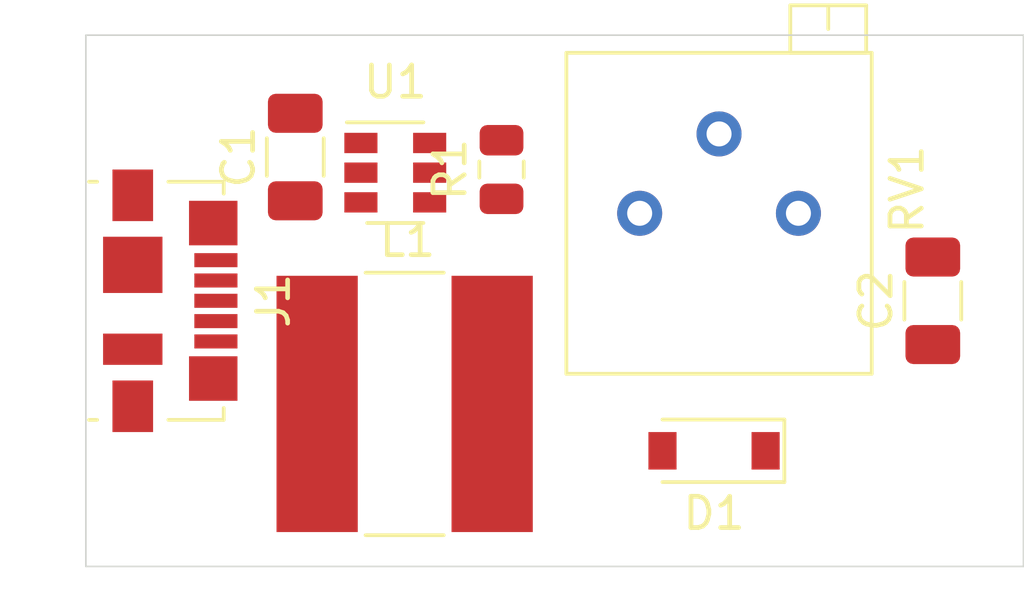
<source format=kicad_pcb>
(kicad_pcb (version 20171130) (host pcbnew "(5.1.5)-3")

  (general
    (thickness 1.6)
    (drawings 4)
    (tracks 0)
    (zones 0)
    (modules 8)
    (nets 11)
  )

  (page A4)
  (layers
    (0 F.Cu signal)
    (31 B.Cu signal)
    (32 B.Adhes user)
    (33 F.Adhes user)
    (34 B.Paste user)
    (35 F.Paste user)
    (36 B.SilkS user)
    (37 F.SilkS user)
    (38 B.Mask user)
    (39 F.Mask user)
    (40 Dwgs.User user)
    (41 Cmts.User user)
    (42 Eco1.User user)
    (43 Eco2.User user)
    (44 Edge.Cuts user)
    (45 Margin user)
    (46 B.CrtYd user)
    (47 F.CrtYd user)
    (48 B.Fab user)
    (49 F.Fab user)
  )

  (setup
    (last_trace_width 0.25)
    (trace_clearance 0.2)
    (zone_clearance 0.508)
    (zone_45_only no)
    (trace_min 0.2)
    (via_size 0.8)
    (via_drill 0.4)
    (via_min_size 0.4)
    (via_min_drill 0.3)
    (uvia_size 0.3)
    (uvia_drill 0.1)
    (uvias_allowed no)
    (uvia_min_size 0.2)
    (uvia_min_drill 0.1)
    (edge_width 0.05)
    (segment_width 0.2)
    (pcb_text_width 0.3)
    (pcb_text_size 1.5 1.5)
    (mod_edge_width 0.12)
    (mod_text_size 1 1)
    (mod_text_width 0.15)
    (pad_size 1.524 1.524)
    (pad_drill 0.762)
    (pad_to_mask_clearance 0.051)
    (solder_mask_min_width 0.25)
    (aux_axis_origin 0 0)
    (visible_elements FFFFFF7F)
    (pcbplotparams
      (layerselection 0x010fc_ffffffff)
      (usegerberextensions false)
      (usegerberattributes false)
      (usegerberadvancedattributes false)
      (creategerberjobfile false)
      (excludeedgelayer true)
      (linewidth 0.100000)
      (plotframeref false)
      (viasonmask false)
      (mode 1)
      (useauxorigin false)
      (hpglpennumber 1)
      (hpglpenspeed 20)
      (hpglpendiameter 15.000000)
      (psnegative false)
      (psa4output false)
      (plotreference true)
      (plotvalue true)
      (plotinvisibletext false)
      (padsonsilk false)
      (subtractmaskfromsilk false)
      (outputformat 1)
      (mirror false)
      (drillshape 1)
      (scaleselection 1)
      (outputdirectory ""))
  )

  (net 0 "")
  (net 1 GND)
  (net 2 "Net-(C1-Pad1)")
  (net 3 "Net-(C2-Pad1)")
  (net 4 "Net-(D1-Pad2)")
  (net 5 "Net-(J1-Pad4)")
  (net 6 "Net-(J1-Pad3)")
  (net 7 "Net-(J1-Pad2)")
  (net 8 "Net-(R1-Pad1)")
  (net 9 "Net-(RV1-Pad2)")
  (net 10 "Net-(U1-Pad6)")

  (net_class Default "This is the default net class."
    (clearance 0.2)
    (trace_width 0.25)
    (via_dia 0.8)
    (via_drill 0.4)
    (uvia_dia 0.3)
    (uvia_drill 0.1)
    (add_net GND)
    (add_net "Net-(C1-Pad1)")
    (add_net "Net-(C2-Pad1)")
    (add_net "Net-(D1-Pad2)")
    (add_net "Net-(J1-Pad2)")
    (add_net "Net-(J1-Pad3)")
    (add_net "Net-(J1-Pad4)")
    (add_net "Net-(R1-Pad1)")
    (add_net "Net-(RV1-Pad2)")
    (add_net "Net-(U1-Pad6)")
  )

  (module Connector_USB:USB_Micro-B_Molex_47346-0001 (layer F.Cu) (tedit 5D8620A7) (tstamp 5E8F5AB9)
    (at 132.7 78.5 270)
    (descr "Micro USB B receptable with flange, bottom-mount, SMD, right-angle (http://www.molex.com/pdm_docs/sd/473460001_sd.pdf)")
    (tags "Micro B USB SMD")
    (path /5E8F8CC3)
    (attr smd)
    (fp_text reference J1 (at 0 -3.3 270) (layer F.SilkS)
      (effects (font (size 1 1) (thickness 0.15)))
    )
    (fp_text value USB_B_Micro (at 0 4.6 270) (layer F.Fab)
      (effects (font (size 1 1) (thickness 0.15)))
    )
    (fp_line (start -3.25 2.65) (end 3.25 2.65) (layer F.Fab) (width 0.1))
    (fp_line (start -3.81 2.6) (end -3.81 2.34) (layer F.SilkS) (width 0.12))
    (fp_line (start -3.81 0.06) (end -3.81 -1.71) (layer F.SilkS) (width 0.12))
    (fp_line (start -3.81 -1.71) (end -3.43 -1.71) (layer F.SilkS) (width 0.12))
    (fp_line (start 3.81 -1.71) (end 3.81 0.06) (layer F.SilkS) (width 0.12))
    (fp_line (start 3.81 2.34) (end 3.81 2.6) (layer F.SilkS) (width 0.12))
    (fp_line (start -3.75 3.35) (end -3.75 -1.65) (layer F.Fab) (width 0.1))
    (fp_line (start -3.75 -1.65) (end 3.75 -1.65) (layer F.Fab) (width 0.1))
    (fp_line (start 3.75 -1.65) (end 3.75 3.35) (layer F.Fab) (width 0.1))
    (fp_line (start 3.75 3.35) (end -3.75 3.35) (layer F.Fab) (width 0.1))
    (fp_line (start -4.7 3.85) (end -4.7 -2.65) (layer F.CrtYd) (width 0.05))
    (fp_line (start -4.7 -2.65) (end 4.7 -2.65) (layer F.CrtYd) (width 0.05))
    (fp_line (start 4.7 -2.65) (end 4.7 3.85) (layer F.CrtYd) (width 0.05))
    (fp_line (start 4.7 3.85) (end -4.7 3.85) (layer F.CrtYd) (width 0.05))
    (fp_line (start 3.81 -1.71) (end 3.43 -1.71) (layer F.SilkS) (width 0.12))
    (fp_text user %R (at 0 1.2 90) (layer F.Fab)
      (effects (font (size 1 1) (thickness 0.15)))
    )
    (fp_text user "PCB Edge" (at 0 2.67 270) (layer Dwgs.User)
      (effects (font (size 0.4 0.4) (thickness 0.04)))
    )
    (pad 6 smd rect (at 1.55 1.2 270) (size 1 1.9) (layers F.Cu F.Paste F.Mask)
      (net 1 GND))
    (pad 6 smd rect (at -1.15 1.2 270) (size 1.8 1.9) (layers F.Cu F.Paste F.Mask)
      (net 1 GND))
    (pad 6 smd rect (at 3.375 1.2 270) (size 1.65 1.3) (layers F.Cu F.Paste F.Mask)
      (net 1 GND))
    (pad 6 smd rect (at -3.375 1.2 270) (size 1.65 1.3) (layers F.Cu F.Paste F.Mask)
      (net 1 GND))
    (pad 6 smd rect (at 2.4875 -1.375 270) (size 1.425 1.55) (layers F.Cu F.Paste F.Mask)
      (net 1 GND))
    (pad 6 smd rect (at -2.4875 -1.375 270) (size 1.425 1.55) (layers F.Cu F.Paste F.Mask)
      (net 1 GND))
    (pad 5 smd rect (at 1.3 -1.46 270) (size 0.45 1.38) (layers F.Cu F.Paste F.Mask)
      (net 1 GND))
    (pad 4 smd rect (at 0.65 -1.46 270) (size 0.45 1.38) (layers F.Cu F.Paste F.Mask)
      (net 5 "Net-(J1-Pad4)"))
    (pad 3 smd rect (at 0 -1.46 270) (size 0.45 1.38) (layers F.Cu F.Paste F.Mask)
      (net 6 "Net-(J1-Pad3)"))
    (pad 2 smd rect (at -0.65 -1.46 270) (size 0.45 1.38) (layers F.Cu F.Paste F.Mask)
      (net 7 "Net-(J1-Pad2)"))
    (pad 1 smd rect (at -1.3 -1.46 270) (size 0.45 1.38) (layers F.Cu F.Paste F.Mask)
      (net 3 "Net-(C2-Pad1)"))
    (model ${KISYS3DMOD}/Connector_USB.3dshapes/USB_Micro-B_Molex_47346-0001.wrl
      (at (xyz 0 0 0))
      (scale (xyz 1 1 1))
      (rotate (xyz 0 0 0))
    )
  )

  (module Potentiometer_THT:Potentiometer_Bourns_3299P_Horizontal (layer F.Cu) (tedit 5A3D4994) (tstamp 5E8F5AFE)
    (at 152.8 75.7 270)
    (descr "Potentiometer, horizontal, Bourns 3299P, https://www.bourns.com/pdfs/3299.pdf")
    (tags "Potentiometer horizontal Bourns 3299P")
    (path /5E8F41A5)
    (fp_text reference RV1 (at -0.76 -3.475 90) (layer F.SilkS)
      (effects (font (size 1 1) (thickness 0.15)))
    )
    (fp_text value R_POT (at -0.76 8.555 90) (layer F.Fab)
      (effects (font (size 1 1) (thickness 0.15)))
    )
    (fp_text user %R (at 0 2.54 90) (layer F.Fab)
      (effects (font (size 1 1) (thickness 0.15)))
    )
    (fp_line (start 5.3 -2.5) (end -6.8 -2.5) (layer F.CrtYd) (width 0.05))
    (fp_line (start 5.3 7.6) (end 5.3 -2.5) (layer F.CrtYd) (width 0.05))
    (fp_line (start -6.8 7.6) (end 5.3 7.6) (layer F.CrtYd) (width 0.05))
    (fp_line (start -6.8 -2.5) (end -6.8 7.6) (layer F.CrtYd) (width 0.05))
    (fp_line (start -6.655 -0.955) (end -5.896 -0.955) (layer F.SilkS) (width 0.12))
    (fp_line (start -5.136 -2.169) (end -5.136 0.26) (layer F.SilkS) (width 0.12))
    (fp_line (start -6.655 -2.169) (end -6.655 0.26) (layer F.SilkS) (width 0.12))
    (fp_line (start -6.655 0.26) (end -5.136 0.26) (layer F.SilkS) (width 0.12))
    (fp_line (start -6.655 -2.169) (end -5.136 -2.169) (layer F.SilkS) (width 0.12))
    (fp_line (start 5.135 -2.345) (end 5.135 7.425) (layer F.SilkS) (width 0.12))
    (fp_line (start -5.135 -2.345) (end -5.135 7.425) (layer F.SilkS) (width 0.12))
    (fp_line (start -5.135 7.425) (end 5.135 7.425) (layer F.SilkS) (width 0.12))
    (fp_line (start -5.135 -2.345) (end 5.135 -2.345) (layer F.SilkS) (width 0.12))
    (fp_line (start -6.535 -0.955) (end -5.775 -0.955) (layer F.Fab) (width 0.1))
    (fp_line (start -5.015 -2.05) (end -6.535 -2.05) (layer F.Fab) (width 0.1))
    (fp_line (start -5.015 0.14) (end -5.015 -2.05) (layer F.Fab) (width 0.1))
    (fp_line (start -6.535 0.14) (end -5.015 0.14) (layer F.Fab) (width 0.1))
    (fp_line (start -6.535 -2.05) (end -6.535 0.14) (layer F.Fab) (width 0.1))
    (fp_line (start 5.015 -2.225) (end -5.015 -2.225) (layer F.Fab) (width 0.1))
    (fp_line (start 5.015 7.305) (end 5.015 -2.225) (layer F.Fab) (width 0.1))
    (fp_line (start -5.015 7.305) (end 5.015 7.305) (layer F.Fab) (width 0.1))
    (fp_line (start -5.015 -2.225) (end -5.015 7.305) (layer F.Fab) (width 0.1))
    (pad 3 thru_hole circle (at 0 5.08 270) (size 1.44 1.44) (drill 0.8) (layers *.Cu *.Mask)
      (net 2 "Net-(C1-Pad1)"))
    (pad 2 thru_hole circle (at -2.54 2.54 270) (size 1.44 1.44) (drill 0.8) (layers *.Cu *.Mask)
      (net 9 "Net-(RV1-Pad2)"))
    (pad 1 thru_hole circle (at 0 0 270) (size 1.44 1.44) (drill 0.8) (layers *.Cu *.Mask)
      (net 8 "Net-(R1-Pad1)"))
    (model ${KISYS3DMOD}/Potentiometer_THT.3dshapes/Potentiometer_Bourns_3299P_Horizontal.wrl
      (at (xyz 0 0 0))
      (scale (xyz 1 1 1))
      (rotate (xyz 0 0 0))
    )
  )

  (module Package_TO_SOT_SMD:SOT-23-6 (layer F.Cu) (tedit 5A02FF57) (tstamp 5E8F5B14)
    (at 139.9 74.4)
    (descr "6-pin SOT-23 package")
    (tags SOT-23-6)
    (path /5E8F07A4)
    (attr smd)
    (fp_text reference U1 (at 0 -2.9) (layer F.SilkS)
      (effects (font (size 1 1) (thickness 0.15)))
    )
    (fp_text value AOZ1282CI-1 (at 0 2.9) (layer F.Fab)
      (effects (font (size 1 1) (thickness 0.15)))
    )
    (fp_line (start 0.9 -1.55) (end 0.9 1.55) (layer F.Fab) (width 0.1))
    (fp_line (start 0.9 1.55) (end -0.9 1.55) (layer F.Fab) (width 0.1))
    (fp_line (start -0.9 -0.9) (end -0.9 1.55) (layer F.Fab) (width 0.1))
    (fp_line (start 0.9 -1.55) (end -0.25 -1.55) (layer F.Fab) (width 0.1))
    (fp_line (start -0.9 -0.9) (end -0.25 -1.55) (layer F.Fab) (width 0.1))
    (fp_line (start -1.9 -1.8) (end -1.9 1.8) (layer F.CrtYd) (width 0.05))
    (fp_line (start -1.9 1.8) (end 1.9 1.8) (layer F.CrtYd) (width 0.05))
    (fp_line (start 1.9 1.8) (end 1.9 -1.8) (layer F.CrtYd) (width 0.05))
    (fp_line (start 1.9 -1.8) (end -1.9 -1.8) (layer F.CrtYd) (width 0.05))
    (fp_line (start 0.9 -1.61) (end -1.55 -1.61) (layer F.SilkS) (width 0.12))
    (fp_line (start -0.9 1.61) (end 0.9 1.61) (layer F.SilkS) (width 0.12))
    (fp_text user %R (at 0 0 90) (layer F.Fab)
      (effects (font (size 0.5 0.5) (thickness 0.075)))
    )
    (pad 5 smd rect (at 1.1 0) (size 1.06 0.65) (layers F.Cu F.Paste F.Mask)
      (net 3 "Net-(C2-Pad1)"))
    (pad 6 smd rect (at 1.1 -0.95) (size 1.06 0.65) (layers F.Cu F.Paste F.Mask)
      (net 10 "Net-(U1-Pad6)"))
    (pad 4 smd rect (at 1.1 0.95) (size 1.06 0.65) (layers F.Cu F.Paste F.Mask)
      (net 3 "Net-(C2-Pad1)"))
    (pad 3 smd rect (at -1.1 0.95) (size 1.06 0.65) (layers F.Cu F.Paste F.Mask)
      (net 9 "Net-(RV1-Pad2)"))
    (pad 2 smd rect (at -1.1 0) (size 1.06 0.65) (layers F.Cu F.Paste F.Mask)
      (net 1 GND))
    (pad 1 smd rect (at -1.1 -0.95) (size 1.06 0.65) (layers F.Cu F.Paste F.Mask)
      (net 4 "Net-(D1-Pad2)"))
    (model ${KISYS3DMOD}/Package_TO_SOT_SMD.3dshapes/SOT-23-6.wrl
      (at (xyz 0 0 0))
      (scale (xyz 1 1 1))
      (rotate (xyz 0 0 0))
    )
  )

  (module Resistor_SMD:R_0805_2012Metric (layer F.Cu) (tedit 5B36C52B) (tstamp 5E8F5ADF)
    (at 143.3 74.3 90)
    (descr "Resistor SMD 0805 (2012 Metric), square (rectangular) end terminal, IPC_7351 nominal, (Body size source: https://docs.google.com/spreadsheets/d/1BsfQQcO9C6DZCsRaXUlFlo91Tg2WpOkGARC1WS5S8t0/edit?usp=sharing), generated with kicad-footprint-generator")
    (tags resistor)
    (path /5E8F60D9)
    (attr smd)
    (fp_text reference R1 (at 0 -1.65 90) (layer F.SilkS)
      (effects (font (size 1 1) (thickness 0.15)))
    )
    (fp_text value R_Small (at 0 1.65 90) (layer F.Fab)
      (effects (font (size 1 1) (thickness 0.15)))
    )
    (fp_text user %R (at 0 0 90) (layer F.Fab)
      (effects (font (size 0.5 0.5) (thickness 0.08)))
    )
    (fp_line (start 1.68 0.95) (end -1.68 0.95) (layer F.CrtYd) (width 0.05))
    (fp_line (start 1.68 -0.95) (end 1.68 0.95) (layer F.CrtYd) (width 0.05))
    (fp_line (start -1.68 -0.95) (end 1.68 -0.95) (layer F.CrtYd) (width 0.05))
    (fp_line (start -1.68 0.95) (end -1.68 -0.95) (layer F.CrtYd) (width 0.05))
    (fp_line (start -0.258578 0.71) (end 0.258578 0.71) (layer F.SilkS) (width 0.12))
    (fp_line (start -0.258578 -0.71) (end 0.258578 -0.71) (layer F.SilkS) (width 0.12))
    (fp_line (start 1 0.6) (end -1 0.6) (layer F.Fab) (width 0.1))
    (fp_line (start 1 -0.6) (end 1 0.6) (layer F.Fab) (width 0.1))
    (fp_line (start -1 -0.6) (end 1 -0.6) (layer F.Fab) (width 0.1))
    (fp_line (start -1 0.6) (end -1 -0.6) (layer F.Fab) (width 0.1))
    (pad 2 smd roundrect (at 0.9375 0 90) (size 0.975 1.4) (layers F.Cu F.Paste F.Mask) (roundrect_rratio 0.25)
      (net 1 GND))
    (pad 1 smd roundrect (at -0.9375 0 90) (size 0.975 1.4) (layers F.Cu F.Paste F.Mask) (roundrect_rratio 0.25)
      (net 8 "Net-(R1-Pad1)"))
    (model ${KISYS3DMOD}/Resistor_SMD.3dshapes/R_0805_2012Metric.wrl
      (at (xyz 0 0 0))
      (scale (xyz 1 1 1))
      (rotate (xyz 0 0 0))
    )
  )

  (module Inductor_SMD:L_Bourns-SRN8040_8x8.15mm (layer F.Cu) (tedit 5D866CC7) (tstamp 5E8F5ACE)
    (at 140.2 81.8)
    (descr "Bourns SRN8040 series SMD inductor 8x8.15mm, https://www.bourns.com/docs/Product-Datasheets/SRN8040.pdf")
    (tags "Bourns SRN8040 SMD inductor")
    (path /5E8F2A45)
    (attr smd)
    (fp_text reference L1 (at 0.09 -5.23) (layer F.SilkS)
      (effects (font (size 1 1) (thickness 0.15)))
    )
    (fp_text value L_Core_Ferrite (at 0.17 5.23) (layer F.Fab)
      (effects (font (size 1 1) (thickness 0.15)))
    )
    (fp_arc (start 0 0) (end 1.8 4.075) (angle -40) (layer F.Fab) (width 0.1))
    (fp_text user %R (at 0.127 0) (layer F.Fab)
      (effects (font (size 1 1) (thickness 0.15)))
    )
    (fp_line (start -4.35 -4.35) (end -4.35 4.35) (layer F.CrtYd) (width 0.05))
    (fp_line (start -4.35 -4.35) (end 4.35 -4.35) (layer F.CrtYd) (width 0.05))
    (fp_line (start 1.8 4.075) (end -1.8 4.075) (layer F.Fab) (width 0.1))
    (fp_line (start 4.35 -4.35) (end 4.35 4.35) (layer F.CrtYd) (width 0.05))
    (fp_line (start -1.25 4.2) (end 1.25 4.2) (layer F.SilkS) (width 0.12))
    (fp_line (start 4 -1.96) (end 4 1.96) (layer F.Fab) (width 0.1))
    (fp_line (start -4 -1.96) (end -4 1.96) (layer F.Fab) (width 0.1))
    (fp_line (start -1.8 -4.075) (end 1.8 -4.075) (layer F.Fab) (width 0.1))
    (fp_line (start 1.25 -4.2) (end -1.25 -4.2) (layer F.SilkS) (width 0.12))
    (fp_line (start -4.35 4.35) (end 4.35 4.35) (layer F.CrtYd) (width 0.05))
    (fp_arc (start 0 0) (end -1.8 -4.075) (angle -40) (layer F.Fab) (width 0.1))
    (fp_arc (start 0 0) (end -4 1.96) (angle -40) (layer F.Fab) (width 0.1))
    (fp_arc (start 0 0) (end 4 -1.96) (angle -40.06324546) (layer F.Fab) (width 0.1))
    (pad 2 smd rect (at 2.8 0) (size 2.6 8.2) (layers F.Cu F.Paste F.Mask)
      (net 4 "Net-(D1-Pad2)"))
    (pad 1 smd rect (at -2.8 0) (size 2.6 8.2) (layers F.Cu F.Paste F.Mask)
      (net 3 "Net-(C2-Pad1)"))
    (model ${KISYS3DMOD}/Inductor_SMD.3dshapes/L_Bourns-SRN8040_8x8.15mm.wrl
      (at (xyz 0 0 0))
      (scale (xyz 1 1 1))
      (rotate (xyz 0 0 0))
    )
  )

  (module Diode_SMD:D_SOD-123 (layer F.Cu) (tedit 58645DC7) (tstamp 5E8F5A8A)
    (at 150.1 83.3 180)
    (descr SOD-123)
    (tags SOD-123)
    (path /5E8F3A13)
    (attr smd)
    (fp_text reference D1 (at 0 -2) (layer F.SilkS)
      (effects (font (size 1 1) (thickness 0.15)))
    )
    (fp_text value D_Schottky_Small (at 0 2.1) (layer F.Fab)
      (effects (font (size 1 1) (thickness 0.15)))
    )
    (fp_line (start -2.25 -1) (end 1.65 -1) (layer F.SilkS) (width 0.12))
    (fp_line (start -2.25 1) (end 1.65 1) (layer F.SilkS) (width 0.12))
    (fp_line (start -2.35 -1.15) (end -2.35 1.15) (layer F.CrtYd) (width 0.05))
    (fp_line (start 2.35 1.15) (end -2.35 1.15) (layer F.CrtYd) (width 0.05))
    (fp_line (start 2.35 -1.15) (end 2.35 1.15) (layer F.CrtYd) (width 0.05))
    (fp_line (start -2.35 -1.15) (end 2.35 -1.15) (layer F.CrtYd) (width 0.05))
    (fp_line (start -1.4 -0.9) (end 1.4 -0.9) (layer F.Fab) (width 0.1))
    (fp_line (start 1.4 -0.9) (end 1.4 0.9) (layer F.Fab) (width 0.1))
    (fp_line (start 1.4 0.9) (end -1.4 0.9) (layer F.Fab) (width 0.1))
    (fp_line (start -1.4 0.9) (end -1.4 -0.9) (layer F.Fab) (width 0.1))
    (fp_line (start -0.75 0) (end -0.35 0) (layer F.Fab) (width 0.1))
    (fp_line (start -0.35 0) (end -0.35 -0.55) (layer F.Fab) (width 0.1))
    (fp_line (start -0.35 0) (end -0.35 0.55) (layer F.Fab) (width 0.1))
    (fp_line (start -0.35 0) (end 0.25 -0.4) (layer F.Fab) (width 0.1))
    (fp_line (start 0.25 -0.4) (end 0.25 0.4) (layer F.Fab) (width 0.1))
    (fp_line (start 0.25 0.4) (end -0.35 0) (layer F.Fab) (width 0.1))
    (fp_line (start 0.25 0) (end 0.75 0) (layer F.Fab) (width 0.1))
    (fp_line (start -2.25 -1) (end -2.25 1) (layer F.SilkS) (width 0.12))
    (fp_text user %R (at 0 -2) (layer F.Fab)
      (effects (font (size 1 1) (thickness 0.15)))
    )
    (pad 2 smd rect (at 1.65 0 180) (size 0.9 1.2) (layers F.Cu F.Paste F.Mask)
      (net 4 "Net-(D1-Pad2)"))
    (pad 1 smd rect (at -1.65 0 180) (size 0.9 1.2) (layers F.Cu F.Paste F.Mask)
      (net 2 "Net-(C1-Pad1)"))
    (model ${KISYS3DMOD}/Diode_SMD.3dshapes/D_SOD-123.wrl
      (at (xyz 0 0 0))
      (scale (xyz 1 1 1))
      (rotate (xyz 0 0 0))
    )
  )

  (module Capacitor_SMD:C_1206_3216Metric (layer F.Cu) (tedit 5B301BBE) (tstamp 5E8F5A71)
    (at 157.1 78.5 90)
    (descr "Capacitor SMD 1206 (3216 Metric), square (rectangular) end terminal, IPC_7351 nominal, (Body size source: http://www.tortai-tech.com/upload/download/2011102023233369053.pdf), generated with kicad-footprint-generator")
    (tags capacitor)
    (path /5E8F7334)
    (attr smd)
    (fp_text reference C2 (at 0 -1.82 90) (layer F.SilkS)
      (effects (font (size 1 1) (thickness 0.15)))
    )
    (fp_text value C_Small (at 0 1.82 90) (layer F.Fab)
      (effects (font (size 1 1) (thickness 0.15)))
    )
    (fp_text user %R (at 0 0 90) (layer F.Fab)
      (effects (font (size 0.8 0.8) (thickness 0.12)))
    )
    (fp_line (start 2.28 1.12) (end -2.28 1.12) (layer F.CrtYd) (width 0.05))
    (fp_line (start 2.28 -1.12) (end 2.28 1.12) (layer F.CrtYd) (width 0.05))
    (fp_line (start -2.28 -1.12) (end 2.28 -1.12) (layer F.CrtYd) (width 0.05))
    (fp_line (start -2.28 1.12) (end -2.28 -1.12) (layer F.CrtYd) (width 0.05))
    (fp_line (start -0.602064 0.91) (end 0.602064 0.91) (layer F.SilkS) (width 0.12))
    (fp_line (start -0.602064 -0.91) (end 0.602064 -0.91) (layer F.SilkS) (width 0.12))
    (fp_line (start 1.6 0.8) (end -1.6 0.8) (layer F.Fab) (width 0.1))
    (fp_line (start 1.6 -0.8) (end 1.6 0.8) (layer F.Fab) (width 0.1))
    (fp_line (start -1.6 -0.8) (end 1.6 -0.8) (layer F.Fab) (width 0.1))
    (fp_line (start -1.6 0.8) (end -1.6 -0.8) (layer F.Fab) (width 0.1))
    (pad 2 smd roundrect (at 1.4 0 90) (size 1.25 1.75) (layers F.Cu F.Paste F.Mask) (roundrect_rratio 0.2)
      (net 1 GND))
    (pad 1 smd roundrect (at -1.4 0 90) (size 1.25 1.75) (layers F.Cu F.Paste F.Mask) (roundrect_rratio 0.2)
      (net 3 "Net-(C2-Pad1)"))
    (model ${KISYS3DMOD}/Capacitor_SMD.3dshapes/C_1206_3216Metric.wrl
      (at (xyz 0 0 0))
      (scale (xyz 1 1 1))
      (rotate (xyz 0 0 0))
    )
  )

  (module Capacitor_SMD:C_1206_3216Metric (layer F.Cu) (tedit 5B301BBE) (tstamp 5E8F5A60)
    (at 136.7 73.9 90)
    (descr "Capacitor SMD 1206 (3216 Metric), square (rectangular) end terminal, IPC_7351 nominal, (Body size source: http://www.tortai-tech.com/upload/download/2011102023233369053.pdf), generated with kicad-footprint-generator")
    (tags capacitor)
    (path /5E8F6E14)
    (attr smd)
    (fp_text reference C1 (at 0 -1.82 90) (layer F.SilkS)
      (effects (font (size 1 1) (thickness 0.15)))
    )
    (fp_text value C_Small (at 0 1.82 90) (layer F.Fab)
      (effects (font (size 1 1) (thickness 0.15)))
    )
    (fp_text user %R (at 0 0 90) (layer F.Fab)
      (effects (font (size 0.8 0.8) (thickness 0.12)))
    )
    (fp_line (start 2.28 1.12) (end -2.28 1.12) (layer F.CrtYd) (width 0.05))
    (fp_line (start 2.28 -1.12) (end 2.28 1.12) (layer F.CrtYd) (width 0.05))
    (fp_line (start -2.28 -1.12) (end 2.28 -1.12) (layer F.CrtYd) (width 0.05))
    (fp_line (start -2.28 1.12) (end -2.28 -1.12) (layer F.CrtYd) (width 0.05))
    (fp_line (start -0.602064 0.91) (end 0.602064 0.91) (layer F.SilkS) (width 0.12))
    (fp_line (start -0.602064 -0.91) (end 0.602064 -0.91) (layer F.SilkS) (width 0.12))
    (fp_line (start 1.6 0.8) (end -1.6 0.8) (layer F.Fab) (width 0.1))
    (fp_line (start 1.6 -0.8) (end 1.6 0.8) (layer F.Fab) (width 0.1))
    (fp_line (start -1.6 -0.8) (end 1.6 -0.8) (layer F.Fab) (width 0.1))
    (fp_line (start -1.6 0.8) (end -1.6 -0.8) (layer F.Fab) (width 0.1))
    (pad 2 smd roundrect (at 1.4 0 90) (size 1.25 1.75) (layers F.Cu F.Paste F.Mask) (roundrect_rratio 0.2)
      (net 1 GND))
    (pad 1 smd roundrect (at -1.4 0 90) (size 1.25 1.75) (layers F.Cu F.Paste F.Mask) (roundrect_rratio 0.2)
      (net 2 "Net-(C1-Pad1)"))
    (model ${KISYS3DMOD}/Capacitor_SMD.3dshapes/C_1206_3216Metric.wrl
      (at (xyz 0 0 0))
      (scale (xyz 1 1 1))
      (rotate (xyz 0 0 0))
    )
  )

  (gr_line (start 130 87) (end 130 70) (layer Edge.Cuts) (width 0.05) (tstamp 5E8F7398))
  (gr_line (start 160 87) (end 130 87) (layer Edge.Cuts) (width 0.05))
  (gr_line (start 160 70) (end 160 87) (layer Edge.Cuts) (width 0.05))
  (gr_line (start 130 70) (end 160 70) (layer Edge.Cuts) (width 0.05))

)

</source>
